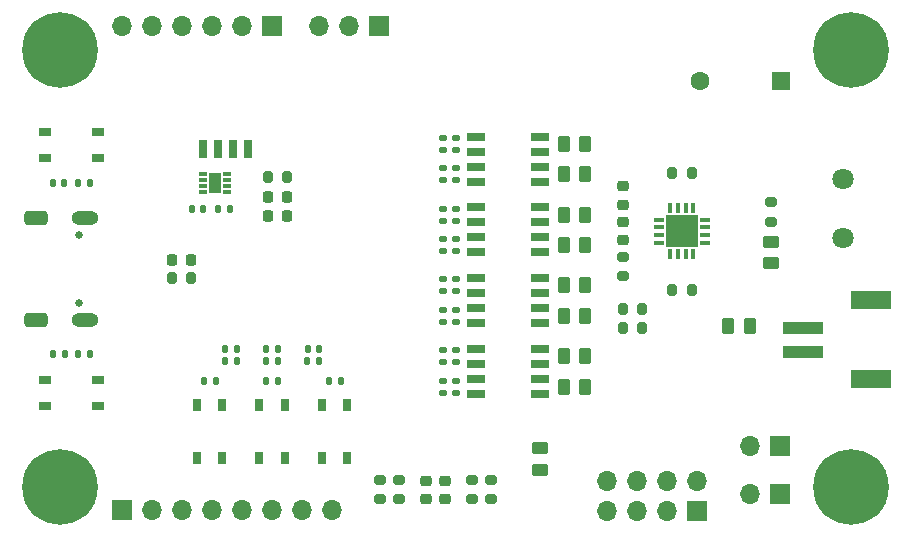
<source format=gbs>
%TF.GenerationSoftware,KiCad,Pcbnew,7.0.10*%
%TF.CreationDate,2024-06-27T09:55:29+02:00*%
%TF.ProjectId,SolarCurveTracer,536f6c61-7243-4757-9276-655472616365,v1.1*%
%TF.SameCoordinates,Original*%
%TF.FileFunction,Soldermask,Bot*%
%TF.FilePolarity,Negative*%
%FSLAX46Y46*%
G04 Gerber Fmt 4.6, Leading zero omitted, Abs format (unit mm)*
G04 Created by KiCad (PCBNEW 7.0.10) date 2024-06-27 09:55:29*
%MOMM*%
%LPD*%
G01*
G04 APERTURE LIST*
G04 Aperture macros list*
%AMRoundRect*
0 Rectangle with rounded corners*
0 $1 Rounding radius*
0 $2 $3 $4 $5 $6 $7 $8 $9 X,Y pos of 4 corners*
0 Add a 4 corners polygon primitive as box body*
4,1,4,$2,$3,$4,$5,$6,$7,$8,$9,$2,$3,0*
0 Add four circle primitives for the rounded corners*
1,1,$1+$1,$2,$3*
1,1,$1+$1,$4,$5*
1,1,$1+$1,$6,$7*
1,1,$1+$1,$8,$9*
0 Add four rect primitives between the rounded corners*
20,1,$1+$1,$2,$3,$4,$5,0*
20,1,$1+$1,$4,$5,$6,$7,0*
20,1,$1+$1,$6,$7,$8,$9,0*
20,1,$1+$1,$8,$9,$2,$3,0*%
G04 Aperture macros list end*
%ADD10C,6.400000*%
%ADD11C,0.650000*%
%ADD12O,2.304000X1.204000*%
%ADD13RoundRect,0.301000X-0.701000X0.301000X-0.701000X-0.301000X0.701000X-0.301000X0.701000X0.301000X0*%
%ADD14R,1.525000X0.700000*%
%ADD15RoundRect,0.250000X0.262500X0.450000X-0.262500X0.450000X-0.262500X-0.450000X0.262500X-0.450000X0*%
%ADD16RoundRect,0.135000X-0.135000X-0.185000X0.135000X-0.185000X0.135000X0.185000X-0.135000X0.185000X0*%
%ADD17RoundRect,0.135000X0.135000X0.185000X-0.135000X0.185000X-0.135000X-0.185000X0.135000X-0.185000X0*%
%ADD18RoundRect,0.225000X0.225000X0.250000X-0.225000X0.250000X-0.225000X-0.250000X0.225000X-0.250000X0*%
%ADD19R,1.700000X1.700000*%
%ADD20O,1.700000X1.700000*%
%ADD21RoundRect,0.135000X-0.185000X0.135000X-0.185000X-0.135000X0.185000X-0.135000X0.185000X0.135000X0*%
%ADD22RoundRect,0.200000X-0.275000X0.200000X-0.275000X-0.200000X0.275000X-0.200000X0.275000X0.200000X0*%
%ADD23R,0.750000X1.000000*%
%ADD24RoundRect,0.147500X0.147500X0.172500X-0.147500X0.172500X-0.147500X-0.172500X0.147500X-0.172500X0*%
%ADD25RoundRect,0.140000X0.140000X0.170000X-0.140000X0.170000X-0.140000X-0.170000X0.140000X-0.170000X0*%
%ADD26R,0.700000X1.600000*%
%ADD27RoundRect,0.200000X0.200000X0.275000X-0.200000X0.275000X-0.200000X-0.275000X0.200000X-0.275000X0*%
%ADD28RoundRect,0.225000X0.250000X-0.225000X0.250000X0.225000X-0.250000X0.225000X-0.250000X-0.225000X0*%
%ADD29C,1.803400*%
%ADD30RoundRect,0.250000X-0.450000X0.262500X-0.450000X-0.262500X0.450000X-0.262500X0.450000X0.262500X0*%
%ADD31RoundRect,0.200000X0.275000X-0.200000X0.275000X0.200000X-0.275000X0.200000X-0.275000X-0.200000X0*%
%ADD32RoundRect,0.200000X-0.200000X-0.275000X0.200000X-0.275000X0.200000X0.275000X-0.200000X0.275000X0*%
%ADD33R,3.505200X0.990600*%
%ADD34R,3.403600X1.498600*%
%ADD35R,1.000000X0.750000*%
%ADD36R,0.850000X0.350000*%
%ADD37R,0.350000X0.850000*%
%ADD38R,2.700000X2.700000*%
%ADD39R,0.700000X0.300000*%
%ADD40R,1.000000X1.700000*%
%ADD41RoundRect,0.218750X0.218750X0.256250X-0.218750X0.256250X-0.218750X-0.256250X0.218750X-0.256250X0*%
%ADD42R,1.600000X1.600000*%
%ADD43C,1.600000*%
%ADD44RoundRect,0.225000X-0.250000X0.225000X-0.250000X-0.225000X0.250000X-0.225000X0.250000X0.225000X0*%
G04 APERTURE END LIST*
D10*
X114000000Y-84000000D03*
X181000000Y-121000000D03*
D11*
X115680000Y-99610000D03*
X115680000Y-105390000D03*
D12*
X116180000Y-98180000D03*
X116180000Y-106820000D03*
D13*
X112000000Y-98180000D03*
X112000000Y-106820000D03*
D10*
X114000000Y-121000000D03*
X181000000Y-84000000D03*
D14*
X149288000Y-107105000D03*
X149288000Y-105835000D03*
X149288000Y-104565000D03*
X149288000Y-103295000D03*
X154712000Y-103295000D03*
X154712000Y-104565000D03*
X154712000Y-105835000D03*
X154712000Y-107105000D03*
D15*
X158512500Y-91900000D03*
X156687500Y-91900000D03*
D16*
X131490000Y-111975000D03*
X132510000Y-111975000D03*
D17*
X128399000Y-97409000D03*
X127379000Y-97409000D03*
D18*
X133236000Y-96393000D03*
X131686000Y-96393000D03*
D19*
X168000000Y-122975000D03*
D20*
X168000000Y-120435000D03*
X165460000Y-122975000D03*
X165460000Y-120435000D03*
X162920000Y-122975000D03*
X162920000Y-120435000D03*
X160380000Y-122975000D03*
X160380000Y-120435000D03*
D17*
X116588000Y-95250000D03*
X115568000Y-95250000D03*
D21*
X146500000Y-105990000D03*
X146500000Y-107010000D03*
D22*
X141100000Y-120375000D03*
X141100000Y-122025000D03*
D23*
X125625000Y-118525000D03*
X125625000Y-114025000D03*
X127775000Y-114025000D03*
X127775000Y-118525000D03*
D22*
X174200000Y-96875000D03*
X174200000Y-98525000D03*
D21*
X146500000Y-99990000D03*
X146500000Y-101010000D03*
X147600000Y-99990000D03*
X147600000Y-101010000D03*
D15*
X158512500Y-112500000D03*
X156687500Y-112500000D03*
D24*
X128985000Y-109300000D03*
X128015000Y-109300000D03*
D21*
X147600000Y-105990000D03*
X147600000Y-107010000D03*
D25*
X114399000Y-95250000D03*
X113439000Y-95250000D03*
D19*
X119325000Y-122925000D03*
D20*
X121865000Y-122925000D03*
X124405000Y-122925000D03*
X126945000Y-122925000D03*
X129485000Y-122925000D03*
X132025000Y-122925000D03*
X134565000Y-122925000D03*
X137105000Y-122925000D03*
D26*
X129921000Y-92329000D03*
X128651000Y-92329000D03*
X127381000Y-92329000D03*
X126111000Y-92329000D03*
D21*
X146500000Y-111990000D03*
X146500000Y-113010000D03*
D27*
X163325000Y-105900000D03*
X161675000Y-105900000D03*
D28*
X161700000Y-97075000D03*
X161700000Y-95525000D03*
D29*
X180300000Y-94900000D03*
X180300000Y-99900000D03*
D30*
X174200000Y-100187500D03*
X174200000Y-102012500D03*
D17*
X116588000Y-109728000D03*
X115568000Y-109728000D03*
D21*
X147600000Y-103390000D03*
X147600000Y-104410000D03*
D19*
X174975000Y-117500000D03*
D20*
X172435000Y-117500000D03*
D27*
X163325000Y-107500000D03*
X161675000Y-107500000D03*
D21*
X147600000Y-97390000D03*
X147600000Y-98410000D03*
D22*
X148900000Y-120375000D03*
X148900000Y-122025000D03*
D31*
X161700000Y-103125000D03*
X161700000Y-101475000D03*
D15*
X158512500Y-103900000D03*
X156687500Y-103900000D03*
D14*
X149288000Y-101105000D03*
X149288000Y-99835000D03*
X149288000Y-98565000D03*
X149288000Y-97295000D03*
X154712000Y-97295000D03*
X154712000Y-98565000D03*
X154712000Y-99835000D03*
X154712000Y-101105000D03*
D19*
X141025000Y-81900000D03*
D20*
X138485000Y-81900000D03*
X135945000Y-81900000D03*
D15*
X172425000Y-107300000D03*
X170600000Y-107300000D03*
D30*
X154700000Y-117687500D03*
X154700000Y-119512500D03*
D28*
X145000000Y-121975000D03*
X145000000Y-120425000D03*
D19*
X131980000Y-81900000D03*
D20*
X129440000Y-81900000D03*
X126900000Y-81900000D03*
X124360000Y-81900000D03*
X121820000Y-81900000D03*
X119280000Y-81900000D03*
D32*
X123508000Y-103251000D03*
X125158000Y-103251000D03*
D21*
X146500000Y-109390000D03*
X146500000Y-110410000D03*
D16*
X126190000Y-111975000D03*
X127210000Y-111975000D03*
D19*
X174975000Y-121600000D03*
D20*
X172435000Y-121600000D03*
D21*
X146500000Y-103390000D03*
X146500000Y-104410000D03*
D33*
X176944700Y-107499999D03*
X176944700Y-109500001D03*
D34*
X182694701Y-105149999D03*
X182694701Y-111850001D03*
D14*
X149288000Y-95105000D03*
X149288000Y-93835000D03*
X149288000Y-92565000D03*
X149288000Y-91295000D03*
X154712000Y-91295000D03*
X154712000Y-92565000D03*
X154712000Y-93835000D03*
X154712000Y-95105000D03*
D35*
X112750000Y-111925000D03*
X117250000Y-111925000D03*
X117250000Y-114075000D03*
X112750000Y-114075000D03*
D16*
X134990000Y-110275000D03*
X136010000Y-110275000D03*
D36*
X164750000Y-100275000D03*
X164750000Y-99625000D03*
X164750000Y-98975000D03*
X164750000Y-98325000D03*
D37*
X165725000Y-97350000D03*
X166375000Y-97350000D03*
X167025000Y-97350000D03*
X167675000Y-97350000D03*
D36*
X168650000Y-98325000D03*
X168650000Y-98975000D03*
X168650000Y-99625000D03*
X168650000Y-100275000D03*
D37*
X167675000Y-101250000D03*
X167025000Y-101250000D03*
X166375000Y-101250000D03*
X165725000Y-101250000D03*
D38*
X166700000Y-99300000D03*
D39*
X128211000Y-94488000D03*
X128211000Y-94988000D03*
X128211000Y-95488000D03*
X128211000Y-95988000D03*
X126111000Y-95988000D03*
X126111000Y-95488000D03*
X126111000Y-94988000D03*
X126111000Y-94488000D03*
D40*
X127161000Y-95238000D03*
D25*
X126182000Y-97409000D03*
X125222000Y-97409000D03*
D15*
X158512500Y-106500000D03*
X156687500Y-106500000D03*
D35*
X112750000Y-90925000D03*
X117250000Y-90925000D03*
X117250000Y-93075000D03*
X112750000Y-93075000D03*
D21*
X147600000Y-111990000D03*
X147600000Y-113010000D03*
D16*
X127990000Y-110275000D03*
X129010000Y-110275000D03*
D14*
X149288000Y-113105000D03*
X149288000Y-111835000D03*
X149288000Y-110565000D03*
X149288000Y-109295000D03*
X154712000Y-109295000D03*
X154712000Y-110565000D03*
X154712000Y-111835000D03*
X154712000Y-113105000D03*
D24*
X135985000Y-109300000D03*
X135015000Y-109300000D03*
D16*
X131490000Y-110275000D03*
X132510000Y-110275000D03*
D22*
X150500000Y-120375000D03*
X150500000Y-122025000D03*
D24*
X132485000Y-109300000D03*
X131515000Y-109300000D03*
D32*
X165875000Y-104300000D03*
X167525000Y-104300000D03*
D23*
X130925000Y-118525000D03*
X130925000Y-114025000D03*
X133075000Y-114025000D03*
X133075000Y-118525000D03*
D15*
X158512500Y-97900000D03*
X156687500Y-97900000D03*
D27*
X167525000Y-94400000D03*
X165875000Y-94400000D03*
D16*
X113409000Y-109728000D03*
X114429000Y-109728000D03*
D22*
X142700000Y-120375000D03*
X142700000Y-122025000D03*
D21*
X147600000Y-91390000D03*
X147600000Y-92410000D03*
X147600000Y-109390000D03*
X147600000Y-110410000D03*
X147600000Y-93990000D03*
X147600000Y-95010000D03*
D27*
X133286000Y-94742000D03*
X131636000Y-94742000D03*
D15*
X158512500Y-100500000D03*
X156687500Y-100500000D03*
D18*
X133236000Y-98044000D03*
X131686000Y-98044000D03*
D41*
X125120500Y-101727000D03*
X123545500Y-101727000D03*
D42*
X175050000Y-86600000D03*
D43*
X168250000Y-86600000D03*
D23*
X136225000Y-118525000D03*
X136225000Y-114025000D03*
X138375000Y-114025000D03*
X138375000Y-118525000D03*
D44*
X146600000Y-120425000D03*
X146600000Y-121975000D03*
D15*
X158512500Y-109900000D03*
X156687500Y-109900000D03*
D21*
X146500000Y-91390000D03*
X146500000Y-92410000D03*
D44*
X161700000Y-98525000D03*
X161700000Y-100075000D03*
D15*
X158512500Y-94500000D03*
X156687500Y-94500000D03*
D16*
X136790000Y-111975000D03*
X137810000Y-111975000D03*
D21*
X146500000Y-97390000D03*
X146500000Y-98410000D03*
X146500000Y-93990000D03*
X146500000Y-95010000D03*
M02*

</source>
